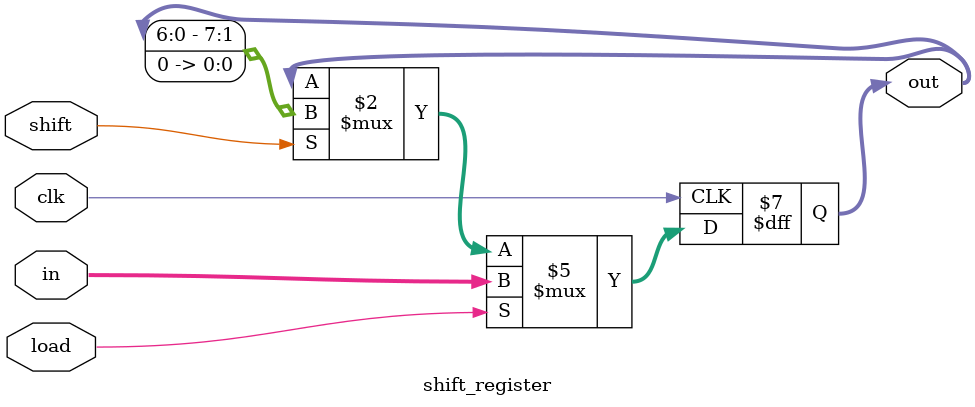
<source format=v>
module shift_register (
  input clk,
  input load,
  input [7:0] in,
  input shift,
  output reg [7:0] out
);

  always @(posedge clk) begin
    if (load) begin
      out <= in;
    end else if (shift) begin
      out <= {out[6:0], 1'b0};
    end
  end

endmodule
</source>
